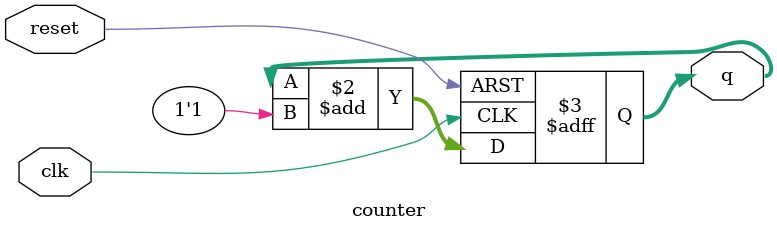
<source format=v>
module counter( 
    input clk,
    input reset,
    output reg [3:0] q
); 
// update q on the positive edge of the clock according to the following cases:
// on reset, assign q to 1
// else if q is 12, assign q to 1
// else, increment q by 1 
always@(posedge clk, posedge reset)
begin
	if(reset)
		q <= 0;
	else
		q <= q + 1'b1;
end

endmodule

</source>
